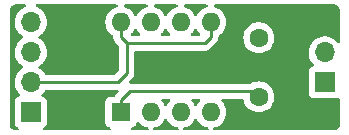
<source format=gbr>
%TF.GenerationSoftware,KiCad,Pcbnew,(6.0.5-0)*%
%TF.CreationDate,2023-07-17T15:50:24+09:00*%
%TF.ProjectId,l9110h-1ch-driver,6c393131-3068-42d3-9163-682d64726976,rev?*%
%TF.SameCoordinates,Original*%
%TF.FileFunction,Copper,L2,Bot*%
%TF.FilePolarity,Positive*%
%FSLAX46Y46*%
G04 Gerber Fmt 4.6, Leading zero omitted, Abs format (unit mm)*
G04 Created by KiCad (PCBNEW (6.0.5-0)) date 2023-07-17 15:50:24*
%MOMM*%
%LPD*%
G01*
G04 APERTURE LIST*
%TA.AperFunction,ComponentPad*%
%ADD10R,1.700000X1.700000*%
%TD*%
%TA.AperFunction,ComponentPad*%
%ADD11O,1.700000X1.700000*%
%TD*%
%TA.AperFunction,ComponentPad*%
%ADD12C,1.600000*%
%TD*%
%TA.AperFunction,ComponentPad*%
%ADD13R,1.600000X1.600000*%
%TD*%
%TA.AperFunction,ComponentPad*%
%ADD14O,1.600000X1.600000*%
%TD*%
%TA.AperFunction,Conductor*%
%ADD15C,0.250000*%
%TD*%
G04 APERTURE END LIST*
D10*
%TO.P,J1,1,Pin_1*%
%TO.N,Net-(J1-Pad1)*%
X106680000Y-107432000D03*
D11*
%TO.P,J1,2,Pin_2*%
%TO.N,Net-(J1-Pad2)*%
X106680000Y-104892000D03*
%TO.P,J1,3,Pin_3*%
%TO.N,Net-(J1-Pad3)*%
X106680000Y-102352000D03*
%TO.P,J1,4,Pin_4*%
%TO.N,Net-(J1-Pad4)*%
X106680000Y-99812000D03*
%TD*%
D12*
%TO.P,C1,1*%
%TO.N,Net-(C1-Pad1)*%
X125984000Y-106132000D03*
%TO.P,C1,2*%
%TO.N,Net-(C1-Pad2)*%
X125984000Y-101132000D03*
%TD*%
D13*
%TO.P,U1,1,OA*%
%TO.N,Net-(C1-Pad1)*%
X114300000Y-107432000D03*
D14*
%TO.P,U1,2,VCC*%
%TO.N,Net-(J1-Pad1)*%
X116840000Y-107432000D03*
%TO.P,U1,3,VCC*%
X119380000Y-107432000D03*
%TO.P,U1,4,OB*%
%TO.N,Net-(C1-Pad2)*%
X121920000Y-107432000D03*
%TO.P,U1,5,GND*%
%TO.N,Net-(J1-Pad2)*%
X121920000Y-99812000D03*
%TO.P,U1,6,IA*%
%TO.N,Net-(J1-Pad3)*%
X119380000Y-99812000D03*
%TO.P,U1,7,IB*%
%TO.N,Net-(J1-Pad4)*%
X116840000Y-99812000D03*
%TO.P,U1,8,GND*%
%TO.N,Net-(J1-Pad2)*%
X114300000Y-99812000D03*
%TD*%
D10*
%TO.P,J2,1,Pin_1*%
%TO.N,Net-(C1-Pad1)*%
X131572000Y-104907000D03*
D11*
%TO.P,J2,2,Pin_2*%
%TO.N,Net-(C1-Pad2)*%
X131572000Y-102367000D03*
%TD*%
D15*
%TO.N,Net-(C1-Pad1)*%
X114300000Y-106426000D02*
X114300000Y-107442000D01*
X115062000Y-105664000D02*
X114300000Y-106426000D01*
X125984000Y-106132000D02*
X125516000Y-105664000D01*
X125516000Y-105664000D02*
X115062000Y-105664000D01*
%TO.N,Net-(J1-Pad2)*%
X114808000Y-104140000D02*
X114056000Y-104892000D01*
X114808000Y-101600000D02*
X114300000Y-101092000D01*
X121412000Y-101600000D02*
X114808000Y-101600000D01*
X114300000Y-101092000D02*
X114300000Y-99822000D01*
X121920000Y-99822000D02*
X121920000Y-101092000D01*
X114808000Y-101600000D02*
X114808000Y-104140000D01*
X121920000Y-101092000D02*
X121412000Y-101600000D01*
X114056000Y-104892000D02*
X106680000Y-104892000D01*
%TD*%
%TA.AperFunction,NonConductor*%
G36*
X119083859Y-98318502D02*
G01*
X119130352Y-98372158D01*
X119140456Y-98442432D01*
X119110962Y-98507012D01*
X119048350Y-98546207D01*
X118930757Y-98577716D01*
X118925776Y-98580039D01*
X118925775Y-98580039D01*
X118728238Y-98672151D01*
X118728233Y-98672154D01*
X118723251Y-98674477D01*
X118676554Y-98707175D01*
X118540211Y-98802643D01*
X118540208Y-98802645D01*
X118535700Y-98805802D01*
X118373802Y-98967700D01*
X118370645Y-98972208D01*
X118370643Y-98972211D01*
X118315902Y-99050389D01*
X118242477Y-99155251D01*
X118240154Y-99160233D01*
X118240151Y-99160238D01*
X118224195Y-99194457D01*
X118177278Y-99247742D01*
X118109001Y-99267203D01*
X118041041Y-99246661D01*
X117995805Y-99194457D01*
X117979849Y-99160238D01*
X117979846Y-99160233D01*
X117977523Y-99155251D01*
X117904098Y-99050389D01*
X117849357Y-98972211D01*
X117849355Y-98972208D01*
X117846198Y-98967700D01*
X117684300Y-98805802D01*
X117679792Y-98802645D01*
X117679789Y-98802643D01*
X117543446Y-98707175D01*
X117496749Y-98674477D01*
X117491767Y-98672154D01*
X117491762Y-98672151D01*
X117294225Y-98580039D01*
X117294224Y-98580039D01*
X117289243Y-98577716D01*
X117171649Y-98546207D01*
X117111028Y-98509255D01*
X117080006Y-98445394D01*
X117088435Y-98374900D01*
X117133638Y-98320153D01*
X117204262Y-98298500D01*
X119015738Y-98298500D01*
X119083859Y-98318502D01*
G37*
%TD.AperFunction*%
%TA.AperFunction,NonConductor*%
G36*
X116543859Y-98318502D02*
G01*
X116590352Y-98372158D01*
X116600456Y-98442432D01*
X116570962Y-98507012D01*
X116508350Y-98546207D01*
X116390757Y-98577716D01*
X116385776Y-98580039D01*
X116385775Y-98580039D01*
X116188238Y-98672151D01*
X116188233Y-98672154D01*
X116183251Y-98674477D01*
X116136554Y-98707175D01*
X116000211Y-98802643D01*
X116000208Y-98802645D01*
X115995700Y-98805802D01*
X115833802Y-98967700D01*
X115830645Y-98972208D01*
X115830643Y-98972211D01*
X115775902Y-99050389D01*
X115702477Y-99155251D01*
X115700154Y-99160233D01*
X115700151Y-99160238D01*
X115684195Y-99194457D01*
X115637278Y-99247742D01*
X115569001Y-99267203D01*
X115501041Y-99246661D01*
X115455805Y-99194457D01*
X115439849Y-99160238D01*
X115439846Y-99160233D01*
X115437523Y-99155251D01*
X115364098Y-99050389D01*
X115309357Y-98972211D01*
X115309355Y-98972208D01*
X115306198Y-98967700D01*
X115144300Y-98805802D01*
X115139792Y-98802645D01*
X115139789Y-98802643D01*
X115003446Y-98707175D01*
X114956749Y-98674477D01*
X114951767Y-98672154D01*
X114951762Y-98672151D01*
X114754225Y-98580039D01*
X114754224Y-98580039D01*
X114749243Y-98577716D01*
X114631649Y-98546207D01*
X114571028Y-98509255D01*
X114540006Y-98445394D01*
X114548435Y-98374900D01*
X114593638Y-98320153D01*
X114664262Y-98298500D01*
X116475738Y-98298500D01*
X116543859Y-98318502D01*
G37*
%TD.AperFunction*%
%TA.AperFunction,NonConductor*%
G36*
X121623859Y-98318502D02*
G01*
X121670352Y-98372158D01*
X121680456Y-98442432D01*
X121650962Y-98507012D01*
X121588350Y-98546207D01*
X121470757Y-98577716D01*
X121465776Y-98580039D01*
X121465775Y-98580039D01*
X121268238Y-98672151D01*
X121268233Y-98672154D01*
X121263251Y-98674477D01*
X121216554Y-98707175D01*
X121080211Y-98802643D01*
X121080208Y-98802645D01*
X121075700Y-98805802D01*
X120913802Y-98967700D01*
X120910645Y-98972208D01*
X120910643Y-98972211D01*
X120855902Y-99050389D01*
X120782477Y-99155251D01*
X120780154Y-99160233D01*
X120780151Y-99160238D01*
X120764195Y-99194457D01*
X120717278Y-99247742D01*
X120649001Y-99267203D01*
X120581041Y-99246661D01*
X120535805Y-99194457D01*
X120519849Y-99160238D01*
X120519846Y-99160233D01*
X120517523Y-99155251D01*
X120444098Y-99050389D01*
X120389357Y-98972211D01*
X120389355Y-98972208D01*
X120386198Y-98967700D01*
X120224300Y-98805802D01*
X120219792Y-98802645D01*
X120219789Y-98802643D01*
X120083446Y-98707175D01*
X120036749Y-98674477D01*
X120031767Y-98672154D01*
X120031762Y-98672151D01*
X119834225Y-98580039D01*
X119834224Y-98580039D01*
X119829243Y-98577716D01*
X119711649Y-98546207D01*
X119651028Y-98509255D01*
X119620006Y-98445394D01*
X119628435Y-98374900D01*
X119673638Y-98320153D01*
X119744262Y-98298500D01*
X121555738Y-98298500D01*
X121623859Y-98318502D01*
G37*
%TD.AperFunction*%
%TA.AperFunction,NonConductor*%
G36*
X115638959Y-100377339D02*
G01*
X115684195Y-100429543D01*
X115700151Y-100463762D01*
X115700154Y-100463767D01*
X115702477Y-100468749D01*
X115705634Y-100473257D01*
X115809078Y-100620990D01*
X115833802Y-100656300D01*
X115928907Y-100751405D01*
X115962933Y-100813717D01*
X115957868Y-100884532D01*
X115915321Y-100941368D01*
X115848801Y-100966179D01*
X115839812Y-100966500D01*
X115300188Y-100966500D01*
X115232067Y-100946498D01*
X115185574Y-100892842D01*
X115175470Y-100822568D01*
X115204964Y-100757988D01*
X115211093Y-100751405D01*
X115306198Y-100656300D01*
X115330923Y-100620990D01*
X115434366Y-100473257D01*
X115437523Y-100468749D01*
X115439846Y-100463767D01*
X115439849Y-100463762D01*
X115455805Y-100429543D01*
X115502722Y-100376258D01*
X115570999Y-100356797D01*
X115638959Y-100377339D01*
G37*
%TD.AperFunction*%
%TA.AperFunction,NonConductor*%
G36*
X118178959Y-100377339D02*
G01*
X118224195Y-100429543D01*
X118240151Y-100463762D01*
X118240154Y-100463767D01*
X118242477Y-100468749D01*
X118245634Y-100473257D01*
X118349078Y-100620990D01*
X118373802Y-100656300D01*
X118468907Y-100751405D01*
X118502933Y-100813717D01*
X118497868Y-100884532D01*
X118455321Y-100941368D01*
X118388801Y-100966179D01*
X118379812Y-100966500D01*
X117840188Y-100966500D01*
X117772067Y-100946498D01*
X117725574Y-100892842D01*
X117715470Y-100822568D01*
X117744964Y-100757988D01*
X117751093Y-100751405D01*
X117846198Y-100656300D01*
X117870923Y-100620990D01*
X117974366Y-100473257D01*
X117977523Y-100468749D01*
X117979846Y-100463767D01*
X117979849Y-100463762D01*
X117995805Y-100429543D01*
X118042722Y-100376258D01*
X118110999Y-100356797D01*
X118178959Y-100377339D01*
G37*
%TD.AperFunction*%
%TA.AperFunction,NonConductor*%
G36*
X120718959Y-100377339D02*
G01*
X120764195Y-100429543D01*
X120780151Y-100463762D01*
X120780154Y-100463767D01*
X120782477Y-100468749D01*
X120785634Y-100473257D01*
X120889078Y-100620990D01*
X120913802Y-100656300D01*
X121008907Y-100751405D01*
X121042933Y-100813717D01*
X121037868Y-100884532D01*
X120995321Y-100941368D01*
X120928801Y-100966179D01*
X120919812Y-100966500D01*
X120380188Y-100966500D01*
X120312067Y-100946498D01*
X120265574Y-100892842D01*
X120255470Y-100822568D01*
X120284964Y-100757988D01*
X120291093Y-100751405D01*
X120386198Y-100656300D01*
X120410923Y-100620990D01*
X120514366Y-100473257D01*
X120517523Y-100468749D01*
X120519846Y-100463767D01*
X120519849Y-100463762D01*
X120535805Y-100429543D01*
X120582722Y-100376258D01*
X120650999Y-100356797D01*
X120718959Y-100377339D01*
G37*
%TD.AperFunction*%
%TA.AperFunction,NonConductor*%
G36*
X114003859Y-98318502D02*
G01*
X114050352Y-98372158D01*
X114060456Y-98442432D01*
X114030962Y-98507012D01*
X113968350Y-98546207D01*
X113850757Y-98577716D01*
X113845776Y-98580039D01*
X113845775Y-98580039D01*
X113648238Y-98672151D01*
X113648233Y-98672154D01*
X113643251Y-98674477D01*
X113596554Y-98707175D01*
X113460211Y-98802643D01*
X113460208Y-98802645D01*
X113455700Y-98805802D01*
X113293802Y-98967700D01*
X113290645Y-98972208D01*
X113290643Y-98972211D01*
X113235902Y-99050389D01*
X113162477Y-99155251D01*
X113160154Y-99160233D01*
X113160151Y-99160238D01*
X113144195Y-99194457D01*
X113065716Y-99362757D01*
X113064294Y-99368065D01*
X113064293Y-99368067D01*
X113012407Y-99561707D01*
X113006457Y-99583913D01*
X112986502Y-99812000D01*
X113006457Y-100040087D01*
X113007881Y-100045400D01*
X113007881Y-100045402D01*
X113055851Y-100224425D01*
X113065716Y-100261243D01*
X113068039Y-100266224D01*
X113068039Y-100266225D01*
X113160151Y-100463762D01*
X113160154Y-100463767D01*
X113162477Y-100468749D01*
X113165634Y-100473257D01*
X113269078Y-100620990D01*
X113293802Y-100656300D01*
X113455700Y-100818198D01*
X113460208Y-100821355D01*
X113460211Y-100821357D01*
X113500445Y-100849529D01*
X113578114Y-100903913D01*
X113611161Y-100927053D01*
X113655489Y-100982510D01*
X113662821Y-101031955D01*
X113664298Y-101031909D01*
X113666438Y-101099986D01*
X113666500Y-101103945D01*
X113666500Y-101131856D01*
X113666997Y-101135790D01*
X113666997Y-101135791D01*
X113667005Y-101135856D01*
X113667938Y-101147693D01*
X113669327Y-101191889D01*
X113674978Y-101211339D01*
X113678987Y-101230700D01*
X113681526Y-101250797D01*
X113684445Y-101258168D01*
X113684445Y-101258170D01*
X113697804Y-101291912D01*
X113701649Y-101303142D01*
X113713982Y-101345593D01*
X113718015Y-101352412D01*
X113718017Y-101352417D01*
X113724293Y-101363028D01*
X113732988Y-101380776D01*
X113740448Y-101399617D01*
X113745110Y-101406033D01*
X113745110Y-101406034D01*
X113766436Y-101435387D01*
X113772952Y-101445307D01*
X113789390Y-101473101D01*
X113795458Y-101483362D01*
X113809779Y-101497683D01*
X113822619Y-101512716D01*
X113834528Y-101529107D01*
X113850773Y-101542546D01*
X113868605Y-101557298D01*
X113877384Y-101565288D01*
X114137595Y-101825499D01*
X114171621Y-101887811D01*
X114174500Y-101914594D01*
X114174500Y-103825405D01*
X114154498Y-103893526D01*
X114137595Y-103914501D01*
X113830499Y-104221596D01*
X113768187Y-104255621D01*
X113741404Y-104258500D01*
X107956805Y-104258500D01*
X107888684Y-104238498D01*
X107851013Y-104200940D01*
X107762822Y-104064617D01*
X107762820Y-104064614D01*
X107760014Y-104060277D01*
X107609670Y-103895051D01*
X107605619Y-103891852D01*
X107605615Y-103891848D01*
X107438414Y-103759800D01*
X107438410Y-103759798D01*
X107434359Y-103756598D01*
X107393053Y-103733796D01*
X107343084Y-103683364D01*
X107328312Y-103613921D01*
X107353428Y-103547516D01*
X107380780Y-103520909D01*
X107440837Y-103478071D01*
X107559860Y-103393173D01*
X107605004Y-103348187D01*
X107707342Y-103246205D01*
X107718096Y-103235489D01*
X107746396Y-103196106D01*
X107845435Y-103058277D01*
X107848453Y-103054077D01*
X107947430Y-102853811D01*
X108012370Y-102640069D01*
X108041529Y-102418590D01*
X108043156Y-102352000D01*
X108024852Y-102129361D01*
X107970431Y-101912702D01*
X107881354Y-101707840D01*
X107797501Y-101578223D01*
X107762822Y-101524617D01*
X107762820Y-101524614D01*
X107760014Y-101520277D01*
X107609670Y-101355051D01*
X107605619Y-101351852D01*
X107605615Y-101351848D01*
X107438414Y-101219800D01*
X107438410Y-101219798D01*
X107434359Y-101216598D01*
X107393053Y-101193796D01*
X107343084Y-101143364D01*
X107328312Y-101073921D01*
X107353428Y-101007516D01*
X107380780Y-100980909D01*
X107436214Y-100941368D01*
X107559860Y-100853173D01*
X107591788Y-100821357D01*
X107714435Y-100699137D01*
X107718096Y-100695489D01*
X107749498Y-100651789D01*
X107845435Y-100518277D01*
X107848453Y-100514077D01*
X107868628Y-100473257D01*
X107945136Y-100318453D01*
X107945137Y-100318451D01*
X107947430Y-100313811D01*
X108004552Y-100125802D01*
X108010865Y-100105023D01*
X108010865Y-100105021D01*
X108012370Y-100100069D01*
X108041529Y-99878590D01*
X108042521Y-99837978D01*
X108043074Y-99815365D01*
X108043074Y-99815361D01*
X108043156Y-99812000D01*
X108024852Y-99589361D01*
X107970431Y-99372702D01*
X107881354Y-99167840D01*
X107760014Y-98980277D01*
X107609670Y-98815051D01*
X107605619Y-98811852D01*
X107605615Y-98811848D01*
X107438414Y-98679800D01*
X107438410Y-98679798D01*
X107434359Y-98676598D01*
X107426304Y-98672151D01*
X107382136Y-98647769D01*
X107238789Y-98568638D01*
X107208034Y-98557747D01*
X107167161Y-98543273D01*
X107109624Y-98501679D01*
X107083708Y-98435581D01*
X107097642Y-98365966D01*
X107147000Y-98314934D01*
X107209220Y-98298500D01*
X113935738Y-98298500D01*
X114003859Y-98318502D01*
G37*
%TD.AperFunction*%
%TA.AperFunction,NonConductor*%
G36*
X118427933Y-106317502D02*
G01*
X118474426Y-106371158D01*
X118484530Y-106441432D01*
X118455036Y-106506012D01*
X118448907Y-106512595D01*
X118373802Y-106587700D01*
X118242477Y-106775251D01*
X118240154Y-106780233D01*
X118240151Y-106780238D01*
X118224195Y-106814457D01*
X118177278Y-106867742D01*
X118109001Y-106887203D01*
X118041041Y-106866661D01*
X117995805Y-106814457D01*
X117979849Y-106780238D01*
X117979846Y-106780233D01*
X117977523Y-106775251D01*
X117846198Y-106587700D01*
X117771093Y-106512595D01*
X117737067Y-106450283D01*
X117742132Y-106379468D01*
X117784679Y-106322632D01*
X117851199Y-106297821D01*
X117860188Y-106297500D01*
X118359812Y-106297500D01*
X118427933Y-106317502D01*
G37*
%TD.AperFunction*%
%TA.AperFunction,NonConductor*%
G36*
X120967933Y-106317502D02*
G01*
X121014426Y-106371158D01*
X121024530Y-106441432D01*
X120995036Y-106506012D01*
X120988907Y-106512595D01*
X120913802Y-106587700D01*
X120782477Y-106775251D01*
X120780154Y-106780233D01*
X120780151Y-106780238D01*
X120764195Y-106814457D01*
X120717278Y-106867742D01*
X120649001Y-106887203D01*
X120581041Y-106866661D01*
X120535805Y-106814457D01*
X120519849Y-106780238D01*
X120519846Y-106780233D01*
X120517523Y-106775251D01*
X120386198Y-106587700D01*
X120311093Y-106512595D01*
X120277067Y-106450283D01*
X120282132Y-106379468D01*
X120324679Y-106322632D01*
X120391199Y-106297821D01*
X120400188Y-106297500D01*
X120899812Y-106297500D01*
X120967933Y-106317502D01*
G37*
%TD.AperFunction*%
%TA.AperFunction,NonConductor*%
G36*
X132304018Y-98300000D02*
G01*
X132318852Y-98302310D01*
X132318855Y-98302310D01*
X132327724Y-98303691D01*
X132336626Y-98302527D01*
X132336750Y-98302511D01*
X132367192Y-98302240D01*
X132399012Y-98305825D01*
X132432825Y-98309635D01*
X132460327Y-98315912D01*
X132540798Y-98344070D01*
X132566214Y-98356310D01*
X132595800Y-98374900D01*
X132638404Y-98401670D01*
X132660462Y-98419262D01*
X132720738Y-98479538D01*
X132738329Y-98501595D01*
X132773613Y-98557747D01*
X132783690Y-98573785D01*
X132795930Y-98599202D01*
X132824088Y-98679673D01*
X132830365Y-98707176D01*
X132837018Y-98766226D01*
X132836923Y-98781868D01*
X132837800Y-98781879D01*
X132837690Y-98790851D01*
X132836309Y-98799724D01*
X132837473Y-98808626D01*
X132837473Y-98808628D01*
X132840436Y-98831283D01*
X132841500Y-98847621D01*
X132841500Y-101417828D01*
X132821498Y-101485949D01*
X132767842Y-101532442D01*
X132697568Y-101542546D01*
X132632988Y-101513052D01*
X132622307Y-101502628D01*
X132505152Y-101373876D01*
X132505142Y-101373867D01*
X132501670Y-101370051D01*
X132497619Y-101366852D01*
X132497615Y-101366848D01*
X132330414Y-101234800D01*
X132330410Y-101234798D01*
X132326359Y-101231598D01*
X132306462Y-101220614D01*
X132268208Y-101199497D01*
X132130789Y-101123638D01*
X132125920Y-101121914D01*
X132125916Y-101121912D01*
X131925087Y-101050795D01*
X131925083Y-101050794D01*
X131920212Y-101049069D01*
X131915119Y-101048162D01*
X131915116Y-101048161D01*
X131705373Y-101010800D01*
X131705367Y-101010799D01*
X131700284Y-101009894D01*
X131626452Y-101008992D01*
X131482081Y-101007228D01*
X131482079Y-101007228D01*
X131476911Y-101007165D01*
X131256091Y-101040955D01*
X131043756Y-101110357D01*
X130983255Y-101141852D01*
X130886870Y-101192027D01*
X130845607Y-101213507D01*
X130841474Y-101216610D01*
X130841471Y-101216612D01*
X130679820Y-101337983D01*
X130666965Y-101347635D01*
X130639407Y-101376473D01*
X130521789Y-101499553D01*
X130512629Y-101509138D01*
X130509715Y-101513410D01*
X130509714Y-101513411D01*
X130465502Y-101578223D01*
X130386743Y-101693680D01*
X130344929Y-101783762D01*
X130296631Y-101887811D01*
X130292688Y-101896305D01*
X130232989Y-102111570D01*
X130209251Y-102333695D01*
X130222110Y-102556715D01*
X130223247Y-102561761D01*
X130223248Y-102561767D01*
X130239739Y-102634939D01*
X130271222Y-102774639D01*
X130355266Y-102981616D01*
X130471987Y-103172088D01*
X130618250Y-103340938D01*
X130622230Y-103344242D01*
X130626981Y-103348187D01*
X130666616Y-103407090D01*
X130668113Y-103478071D01*
X130630997Y-103538593D01*
X130590725Y-103563112D01*
X130494751Y-103599091D01*
X130475295Y-103606385D01*
X130358739Y-103693739D01*
X130271385Y-103810295D01*
X130220255Y-103946684D01*
X130213500Y-104008866D01*
X130213500Y-105805134D01*
X130220255Y-105867316D01*
X130271385Y-106003705D01*
X130358739Y-106120261D01*
X130475295Y-106207615D01*
X130611684Y-106258745D01*
X130673866Y-106265500D01*
X132470134Y-106265500D01*
X132532316Y-106258745D01*
X132668705Y-106207615D01*
X132669764Y-106210440D01*
X132724360Y-106198505D01*
X132790906Y-106223248D01*
X132833511Y-106280040D01*
X132841500Y-106324193D01*
X132841500Y-108408633D01*
X132840000Y-108428018D01*
X132836309Y-108451724D01*
X132837473Y-108460626D01*
X132837489Y-108460750D01*
X132837760Y-108491193D01*
X132830365Y-108556825D01*
X132824088Y-108584327D01*
X132795930Y-108664798D01*
X132783690Y-108690214D01*
X132741733Y-108756988D01*
X132738330Y-108762404D01*
X132720738Y-108784462D01*
X132660462Y-108844738D01*
X132638405Y-108862329D01*
X132591437Y-108891842D01*
X132566215Y-108907690D01*
X132540798Y-108919930D01*
X132460327Y-108948088D01*
X132432824Y-108954365D01*
X132373774Y-108961018D01*
X132358132Y-108960923D01*
X132358121Y-108961800D01*
X132349149Y-108961690D01*
X132340276Y-108960309D01*
X132331374Y-108961473D01*
X132331372Y-108961473D01*
X132320385Y-108962910D01*
X132308714Y-108964436D01*
X132292379Y-108965500D01*
X122209621Y-108965500D01*
X122141500Y-108945498D01*
X122095007Y-108891842D01*
X122084903Y-108821568D01*
X122114397Y-108756988D01*
X122177010Y-108717793D01*
X122363933Y-108667707D01*
X122363935Y-108667706D01*
X122369243Y-108666284D01*
X122402788Y-108650642D01*
X122571762Y-108571849D01*
X122571767Y-108571846D01*
X122576749Y-108569523D01*
X122706450Y-108478705D01*
X122759789Y-108441357D01*
X122759792Y-108441355D01*
X122764300Y-108438198D01*
X122926198Y-108276300D01*
X123057523Y-108088749D01*
X123059846Y-108083767D01*
X123059849Y-108083762D01*
X123151961Y-107886225D01*
X123151961Y-107886224D01*
X123154284Y-107881243D01*
X123213543Y-107660087D01*
X123233498Y-107432000D01*
X123213543Y-107203913D01*
X123195935Y-107138198D01*
X123155707Y-106988067D01*
X123155706Y-106988065D01*
X123154284Y-106982757D01*
X123075805Y-106814457D01*
X123059849Y-106780238D01*
X123059846Y-106780233D01*
X123057523Y-106775251D01*
X122926198Y-106587700D01*
X122851093Y-106512595D01*
X122817067Y-106450283D01*
X122822132Y-106379468D01*
X122864679Y-106322632D01*
X122931199Y-106297821D01*
X122940188Y-106297500D01*
X124577003Y-106297500D01*
X124645124Y-106317502D01*
X124691617Y-106371158D01*
X124698710Y-106390888D01*
X124733757Y-106521684D01*
X124749716Y-106581243D01*
X124752039Y-106586224D01*
X124752039Y-106586225D01*
X124844151Y-106783762D01*
X124844154Y-106783767D01*
X124846477Y-106788749D01*
X124977802Y-106976300D01*
X125139700Y-107138198D01*
X125144208Y-107141355D01*
X125144211Y-107141357D01*
X125222389Y-107196098D01*
X125327251Y-107269523D01*
X125332233Y-107271846D01*
X125332238Y-107271849D01*
X125529775Y-107363961D01*
X125534757Y-107366284D01*
X125540065Y-107367706D01*
X125540067Y-107367707D01*
X125750598Y-107424119D01*
X125750600Y-107424119D01*
X125755913Y-107425543D01*
X125984000Y-107445498D01*
X126212087Y-107425543D01*
X126217400Y-107424119D01*
X126217402Y-107424119D01*
X126427933Y-107367707D01*
X126427935Y-107367706D01*
X126433243Y-107366284D01*
X126438225Y-107363961D01*
X126635762Y-107271849D01*
X126635767Y-107271846D01*
X126640749Y-107269523D01*
X126745611Y-107196098D01*
X126823789Y-107141357D01*
X126823792Y-107141355D01*
X126828300Y-107138198D01*
X126990198Y-106976300D01*
X127121523Y-106788749D01*
X127123846Y-106783767D01*
X127123849Y-106783762D01*
X127215961Y-106586225D01*
X127215961Y-106586224D01*
X127218284Y-106581243D01*
X127236226Y-106514285D01*
X127276119Y-106365402D01*
X127276119Y-106365400D01*
X127277543Y-106360087D01*
X127297498Y-106132000D01*
X127277543Y-105903913D01*
X127271062Y-105879727D01*
X127219707Y-105688067D01*
X127219706Y-105688065D01*
X127218284Y-105682757D01*
X127176932Y-105594077D01*
X127123849Y-105480238D01*
X127123846Y-105480233D01*
X127121523Y-105475251D01*
X126990198Y-105287700D01*
X126828300Y-105125802D01*
X126823792Y-105122645D01*
X126823789Y-105122643D01*
X126713654Y-105045526D01*
X126640749Y-104994477D01*
X126635767Y-104992154D01*
X126635762Y-104992151D01*
X126438225Y-104900039D01*
X126438224Y-104900039D01*
X126433243Y-104897716D01*
X126427935Y-104896294D01*
X126427933Y-104896293D01*
X126217402Y-104839881D01*
X126217400Y-104839881D01*
X126212087Y-104838457D01*
X125984000Y-104818502D01*
X125755913Y-104838457D01*
X125750600Y-104839881D01*
X125750598Y-104839881D01*
X125540067Y-104896293D01*
X125540065Y-104896294D01*
X125534757Y-104897716D01*
X125529776Y-104900039D01*
X125529775Y-104900039D01*
X125332238Y-104992151D01*
X125332233Y-104992154D01*
X125327251Y-104994477D01*
X125322744Y-104997633D01*
X125322742Y-104997634D01*
X125308348Y-105007713D01*
X125236077Y-105030500D01*
X115140768Y-105030500D01*
X115129580Y-105029972D01*
X115122092Y-105028298D01*
X115114173Y-105028547D01*
X115107734Y-105027938D01*
X115041799Y-105001612D01*
X115000564Y-104943818D01*
X114997120Y-104872905D01*
X115030501Y-104813403D01*
X115200247Y-104643657D01*
X115208537Y-104636113D01*
X115215018Y-104632000D01*
X115261659Y-104582332D01*
X115264413Y-104579491D01*
X115284135Y-104559769D01*
X115286612Y-104556576D01*
X115294317Y-104547555D01*
X115319159Y-104521100D01*
X115324586Y-104515321D01*
X115328407Y-104508371D01*
X115334346Y-104497568D01*
X115345202Y-104481041D01*
X115352757Y-104471302D01*
X115352758Y-104471300D01*
X115357614Y-104465040D01*
X115375174Y-104424460D01*
X115380391Y-104413812D01*
X115397875Y-104382009D01*
X115397876Y-104382007D01*
X115401695Y-104375060D01*
X115406733Y-104355437D01*
X115413137Y-104336734D01*
X115418033Y-104325420D01*
X115418033Y-104325419D01*
X115421181Y-104318145D01*
X115422420Y-104310322D01*
X115422423Y-104310312D01*
X115428099Y-104274476D01*
X115430505Y-104262856D01*
X115439528Y-104227711D01*
X115439528Y-104227710D01*
X115441500Y-104220030D01*
X115441500Y-104199776D01*
X115443051Y-104180065D01*
X115444980Y-104167886D01*
X115446220Y-104160057D01*
X115442059Y-104116038D01*
X115441500Y-104104181D01*
X115441500Y-102359500D01*
X115461502Y-102291379D01*
X115515158Y-102244886D01*
X115567500Y-102233500D01*
X121333233Y-102233500D01*
X121344416Y-102234027D01*
X121351909Y-102235702D01*
X121359835Y-102235453D01*
X121359836Y-102235453D01*
X121419986Y-102233562D01*
X121423945Y-102233500D01*
X121451856Y-102233500D01*
X121455791Y-102233003D01*
X121455856Y-102232995D01*
X121467693Y-102232062D01*
X121499951Y-102231048D01*
X121503970Y-102230922D01*
X121511889Y-102230673D01*
X121531343Y-102225021D01*
X121550700Y-102221013D01*
X121562930Y-102219468D01*
X121562931Y-102219468D01*
X121570797Y-102218474D01*
X121578168Y-102215555D01*
X121578170Y-102215555D01*
X121611912Y-102202196D01*
X121623142Y-102198351D01*
X121657983Y-102188229D01*
X121657984Y-102188229D01*
X121665593Y-102186018D01*
X121672412Y-102181985D01*
X121672417Y-102181983D01*
X121683028Y-102175707D01*
X121700776Y-102167012D01*
X121719617Y-102159552D01*
X121755387Y-102133564D01*
X121765307Y-102127048D01*
X121796535Y-102108580D01*
X121796538Y-102108578D01*
X121803362Y-102104542D01*
X121817683Y-102090221D01*
X121832717Y-102077380D01*
X121842694Y-102070131D01*
X121849107Y-102065472D01*
X121877298Y-102031395D01*
X121885288Y-102022616D01*
X122312247Y-101595657D01*
X122320537Y-101588113D01*
X122327018Y-101584000D01*
X122373659Y-101534332D01*
X122376413Y-101531491D01*
X122396134Y-101511770D01*
X122398612Y-101508575D01*
X122406318Y-101499553D01*
X122431158Y-101473101D01*
X122436586Y-101467321D01*
X122446346Y-101449568D01*
X122457199Y-101433045D01*
X122464753Y-101423306D01*
X122469613Y-101417041D01*
X122487176Y-101376457D01*
X122492383Y-101365827D01*
X122513695Y-101327060D01*
X122515666Y-101319383D01*
X122515668Y-101319378D01*
X122518732Y-101307442D01*
X122525138Y-101288730D01*
X122530034Y-101277417D01*
X122533181Y-101270145D01*
X122536246Y-101250797D01*
X122540097Y-101226481D01*
X122542504Y-101214860D01*
X122551528Y-101179711D01*
X122551528Y-101179710D01*
X122553500Y-101172030D01*
X122553500Y-101151769D01*
X122555051Y-101132058D01*
X122555060Y-101132000D01*
X124670502Y-101132000D01*
X124690457Y-101360087D01*
X124691881Y-101365400D01*
X124691881Y-101365402D01*
X124737100Y-101534158D01*
X124749716Y-101581243D01*
X124752039Y-101586224D01*
X124752039Y-101586225D01*
X124844151Y-101783762D01*
X124844154Y-101783767D01*
X124846477Y-101788749D01*
X124977802Y-101976300D01*
X125139700Y-102138198D01*
X125144208Y-102141355D01*
X125144211Y-102141357D01*
X125174362Y-102162469D01*
X125327251Y-102269523D01*
X125332233Y-102271846D01*
X125332238Y-102271849D01*
X125529775Y-102363961D01*
X125534757Y-102366284D01*
X125540065Y-102367706D01*
X125540067Y-102367707D01*
X125750598Y-102424119D01*
X125750600Y-102424119D01*
X125755913Y-102425543D01*
X125984000Y-102445498D01*
X126212087Y-102425543D01*
X126217400Y-102424119D01*
X126217402Y-102424119D01*
X126427933Y-102367707D01*
X126427935Y-102367706D01*
X126433243Y-102366284D01*
X126438225Y-102363961D01*
X126635762Y-102271849D01*
X126635767Y-102271846D01*
X126640749Y-102269523D01*
X126793638Y-102162469D01*
X126823789Y-102141357D01*
X126823792Y-102141355D01*
X126828300Y-102138198D01*
X126990198Y-101976300D01*
X127121523Y-101788749D01*
X127123846Y-101783767D01*
X127123849Y-101783762D01*
X127215961Y-101586225D01*
X127215961Y-101586224D01*
X127218284Y-101581243D01*
X127230901Y-101534158D01*
X127276119Y-101365402D01*
X127276119Y-101365400D01*
X127277543Y-101360087D01*
X127297498Y-101132000D01*
X127277543Y-100903913D01*
X127272350Y-100884532D01*
X127219707Y-100688067D01*
X127219706Y-100688065D01*
X127218284Y-100682757D01*
X127205947Y-100656300D01*
X127123849Y-100480238D01*
X127123846Y-100480233D01*
X127121523Y-100475251D01*
X127008481Y-100313811D01*
X126993357Y-100292211D01*
X126993355Y-100292208D01*
X126990198Y-100287700D01*
X126828300Y-100125802D01*
X126823792Y-100122645D01*
X126823789Y-100122643D01*
X126713477Y-100045402D01*
X126640749Y-99994477D01*
X126635767Y-99992154D01*
X126635762Y-99992151D01*
X126438225Y-99900039D01*
X126438224Y-99900039D01*
X126433243Y-99897716D01*
X126427935Y-99896294D01*
X126427933Y-99896293D01*
X126217402Y-99839881D01*
X126217400Y-99839881D01*
X126212087Y-99838457D01*
X125984000Y-99818502D01*
X125755913Y-99838457D01*
X125750600Y-99839881D01*
X125750598Y-99839881D01*
X125540067Y-99896293D01*
X125540065Y-99896294D01*
X125534757Y-99897716D01*
X125529776Y-99900039D01*
X125529775Y-99900039D01*
X125332238Y-99992151D01*
X125332233Y-99992154D01*
X125327251Y-99994477D01*
X125254523Y-100045402D01*
X125144211Y-100122643D01*
X125144208Y-100122645D01*
X125139700Y-100125802D01*
X124977802Y-100287700D01*
X124974645Y-100292208D01*
X124974643Y-100292211D01*
X124959519Y-100313811D01*
X124846477Y-100475251D01*
X124844154Y-100480233D01*
X124844151Y-100480238D01*
X124762053Y-100656300D01*
X124749716Y-100682757D01*
X124748294Y-100688065D01*
X124748293Y-100688067D01*
X124695650Y-100884532D01*
X124690457Y-100903913D01*
X124670502Y-101132000D01*
X122555060Y-101132000D01*
X122555928Y-101126525D01*
X122558219Y-101112057D01*
X122554059Y-101068046D01*
X122553500Y-101056189D01*
X122553500Y-101031394D01*
X122573502Y-100963273D01*
X122607229Y-100928181D01*
X122759789Y-100821357D01*
X122759792Y-100821355D01*
X122764300Y-100818198D01*
X122926198Y-100656300D01*
X122950923Y-100620990D01*
X123054366Y-100473257D01*
X123057523Y-100468749D01*
X123059846Y-100463767D01*
X123059849Y-100463762D01*
X123151961Y-100266225D01*
X123151961Y-100266224D01*
X123154284Y-100261243D01*
X123164150Y-100224425D01*
X123212119Y-100045402D01*
X123212119Y-100045400D01*
X123213543Y-100040087D01*
X123233498Y-99812000D01*
X123213543Y-99583913D01*
X123207593Y-99561707D01*
X123155707Y-99368067D01*
X123155706Y-99368065D01*
X123154284Y-99362757D01*
X123075805Y-99194457D01*
X123059849Y-99160238D01*
X123059846Y-99160233D01*
X123057523Y-99155251D01*
X122984098Y-99050389D01*
X122929357Y-98972211D01*
X122929355Y-98972208D01*
X122926198Y-98967700D01*
X122764300Y-98805802D01*
X122759792Y-98802645D01*
X122759789Y-98802643D01*
X122623446Y-98707175D01*
X122576749Y-98674477D01*
X122571767Y-98672154D01*
X122571762Y-98672151D01*
X122374225Y-98580039D01*
X122374224Y-98580039D01*
X122369243Y-98577716D01*
X122251649Y-98546207D01*
X122191028Y-98509255D01*
X122160006Y-98445394D01*
X122168435Y-98374900D01*
X122213638Y-98320153D01*
X122284262Y-98298500D01*
X132284633Y-98298500D01*
X132304018Y-98300000D01*
G37*
%TD.AperFunction*%
%TA.AperFunction,NonConductor*%
G36*
X120718959Y-107997339D02*
G01*
X120764195Y-108049543D01*
X120780151Y-108083762D01*
X120780154Y-108083767D01*
X120782477Y-108088749D01*
X120913802Y-108276300D01*
X121075700Y-108438198D01*
X121080208Y-108441355D01*
X121080211Y-108441357D01*
X121133550Y-108478705D01*
X121263251Y-108569523D01*
X121268233Y-108571846D01*
X121268238Y-108571849D01*
X121437212Y-108650642D01*
X121470757Y-108666284D01*
X121476065Y-108667706D01*
X121476067Y-108667707D01*
X121662990Y-108717793D01*
X121723613Y-108754745D01*
X121754634Y-108818606D01*
X121746206Y-108889100D01*
X121701003Y-108943847D01*
X121630379Y-108965500D01*
X119669621Y-108965500D01*
X119601500Y-108945498D01*
X119555007Y-108891842D01*
X119544903Y-108821568D01*
X119574397Y-108756988D01*
X119637010Y-108717793D01*
X119823933Y-108667707D01*
X119823935Y-108667706D01*
X119829243Y-108666284D01*
X119862788Y-108650642D01*
X120031762Y-108571849D01*
X120031767Y-108571846D01*
X120036749Y-108569523D01*
X120166450Y-108478705D01*
X120219789Y-108441357D01*
X120219792Y-108441355D01*
X120224300Y-108438198D01*
X120386198Y-108276300D01*
X120517523Y-108088749D01*
X120519846Y-108083767D01*
X120519849Y-108083762D01*
X120535805Y-108049543D01*
X120582722Y-107996258D01*
X120650999Y-107976797D01*
X120718959Y-107997339D01*
G37*
%TD.AperFunction*%
%TA.AperFunction,NonConductor*%
G36*
X118178959Y-107997339D02*
G01*
X118224195Y-108049543D01*
X118240151Y-108083762D01*
X118240154Y-108083767D01*
X118242477Y-108088749D01*
X118373802Y-108276300D01*
X118535700Y-108438198D01*
X118540208Y-108441355D01*
X118540211Y-108441357D01*
X118593550Y-108478705D01*
X118723251Y-108569523D01*
X118728233Y-108571846D01*
X118728238Y-108571849D01*
X118897212Y-108650642D01*
X118930757Y-108666284D01*
X118936065Y-108667706D01*
X118936067Y-108667707D01*
X119122990Y-108717793D01*
X119183613Y-108754745D01*
X119214634Y-108818606D01*
X119206206Y-108889100D01*
X119161003Y-108943847D01*
X119090379Y-108965500D01*
X117129621Y-108965500D01*
X117061500Y-108945498D01*
X117015007Y-108891842D01*
X117004903Y-108821568D01*
X117034397Y-108756988D01*
X117097010Y-108717793D01*
X117283933Y-108667707D01*
X117283935Y-108667706D01*
X117289243Y-108666284D01*
X117322788Y-108650642D01*
X117491762Y-108571849D01*
X117491767Y-108571846D01*
X117496749Y-108569523D01*
X117626450Y-108478705D01*
X117679789Y-108441357D01*
X117679792Y-108441355D01*
X117684300Y-108438198D01*
X117846198Y-108276300D01*
X117977523Y-108088749D01*
X117979846Y-108083767D01*
X117979849Y-108083762D01*
X117995805Y-108049543D01*
X118042722Y-107996258D01*
X118110999Y-107976797D01*
X118178959Y-107997339D01*
G37*
%TD.AperFunction*%
%TA.AperFunction,NonConductor*%
G36*
X115820490Y-108259371D02*
G01*
X115827489Y-108268031D01*
X115830643Y-108271789D01*
X115833802Y-108276300D01*
X115995700Y-108438198D01*
X116000208Y-108441355D01*
X116000211Y-108441357D01*
X116053550Y-108478705D01*
X116183251Y-108569523D01*
X116188233Y-108571846D01*
X116188238Y-108571849D01*
X116357212Y-108650642D01*
X116390757Y-108666284D01*
X116396065Y-108667706D01*
X116396067Y-108667707D01*
X116582990Y-108717793D01*
X116643613Y-108754745D01*
X116674634Y-108818606D01*
X116666206Y-108889100D01*
X116621003Y-108943847D01*
X116550379Y-108965500D01*
X115287161Y-108965500D01*
X115219040Y-108945498D01*
X115172547Y-108891842D01*
X115162443Y-108821568D01*
X115191937Y-108756988D01*
X115242932Y-108721518D01*
X115338295Y-108685768D01*
X115338296Y-108685767D01*
X115346705Y-108682615D01*
X115463261Y-108595261D01*
X115550615Y-108478705D01*
X115601745Y-108342316D01*
X115602917Y-108331526D01*
X115603803Y-108329394D01*
X115604425Y-108326778D01*
X115604848Y-108326879D01*
X115630155Y-108265965D01*
X115688517Y-108225537D01*
X115759471Y-108223078D01*
X115820490Y-108259371D01*
G37*
%TD.AperFunction*%
%TA.AperFunction,NonConductor*%
G36*
X113988417Y-105526027D02*
G01*
X113995909Y-105527702D01*
X114003836Y-105527453D01*
X114010260Y-105528060D01*
X114076196Y-105554384D01*
X114117434Y-105612176D01*
X114120880Y-105683089D01*
X114087498Y-105742596D01*
X113907742Y-105922352D01*
X113899462Y-105929887D01*
X113892982Y-105934000D01*
X113851893Y-105977756D01*
X113846357Y-105983651D01*
X113843602Y-105986493D01*
X113823865Y-106006230D01*
X113821385Y-106009427D01*
X113813682Y-106018447D01*
X113783414Y-106050679D01*
X113779596Y-106057623D01*
X113779592Y-106057629D01*
X113779274Y-106058208D01*
X113778905Y-106058574D01*
X113774935Y-106064039D01*
X113774053Y-106063398D01*
X113728925Y-106108264D01*
X113668863Y-106123500D01*
X113451866Y-106123500D01*
X113389684Y-106130255D01*
X113253295Y-106181385D01*
X113136739Y-106268739D01*
X113049385Y-106385295D01*
X112998255Y-106521684D01*
X112991500Y-106583866D01*
X112991500Y-108280134D01*
X112998255Y-108342316D01*
X113049385Y-108478705D01*
X113136739Y-108595261D01*
X113253295Y-108682615D01*
X113261704Y-108685767D01*
X113261705Y-108685768D01*
X113357068Y-108721518D01*
X113413833Y-108764159D01*
X113438533Y-108830721D01*
X113423326Y-108900070D01*
X113373040Y-108950188D01*
X113312839Y-108965500D01*
X107841203Y-108965500D01*
X107773082Y-108945498D01*
X107726589Y-108891842D01*
X107716485Y-108821568D01*
X107745979Y-108756988D01*
X107775742Y-108732976D01*
X107776705Y-108732615D01*
X107783884Y-108727235D01*
X107783887Y-108727233D01*
X107886081Y-108650642D01*
X107893261Y-108645261D01*
X107980615Y-108528705D01*
X108031745Y-108392316D01*
X108038500Y-108330134D01*
X108038500Y-106533866D01*
X108031745Y-106471684D01*
X107980615Y-106335295D01*
X107893261Y-106218739D01*
X107776705Y-106131385D01*
X107747032Y-106120261D01*
X107658203Y-106086960D01*
X107601439Y-106044318D01*
X107576739Y-105977756D01*
X107591947Y-105908408D01*
X107613493Y-105879727D01*
X107624015Y-105869242D01*
X107718096Y-105775489D01*
X107777594Y-105692689D01*
X107845435Y-105598277D01*
X107848453Y-105594077D01*
X107850746Y-105589437D01*
X107852446Y-105586608D01*
X107904674Y-105538518D01*
X107960451Y-105525500D01*
X113977233Y-105525500D01*
X113988417Y-105526027D01*
G37*
%TD.AperFunction*%
%TA.AperFunction,NonConductor*%
G36*
X106214668Y-98318502D02*
G01*
X106261161Y-98372158D01*
X106271265Y-98442432D01*
X106241771Y-98507012D01*
X106185692Y-98544265D01*
X106151756Y-98555357D01*
X105953607Y-98658507D01*
X105949474Y-98661610D01*
X105949471Y-98661612D01*
X105779100Y-98789530D01*
X105774965Y-98792635D01*
X105620629Y-98954138D01*
X105617715Y-98958410D01*
X105617714Y-98958411D01*
X105608300Y-98972211D01*
X105494743Y-99138680D01*
X105400688Y-99341305D01*
X105340989Y-99556570D01*
X105317251Y-99778695D01*
X105317548Y-99783848D01*
X105317548Y-99783851D01*
X105329559Y-99992151D01*
X105330110Y-100001715D01*
X105331247Y-100006761D01*
X105331248Y-100006767D01*
X105339955Y-100045402D01*
X105379222Y-100219639D01*
X105463266Y-100426616D01*
X105579987Y-100617088D01*
X105726250Y-100785938D01*
X105898126Y-100928632D01*
X105928700Y-100946498D01*
X105971445Y-100971476D01*
X106020169Y-101023114D01*
X106033240Y-101092897D01*
X106006509Y-101158669D01*
X105966055Y-101192027D01*
X105953607Y-101198507D01*
X105949474Y-101201610D01*
X105949471Y-101201612D01*
X105782390Y-101327060D01*
X105774965Y-101332635D01*
X105771393Y-101336373D01*
X105628455Y-101485949D01*
X105620629Y-101494138D01*
X105617715Y-101498410D01*
X105617714Y-101498411D01*
X105551377Y-101595657D01*
X105494743Y-101678680D01*
X105479003Y-101712590D01*
X105409462Y-101862404D01*
X105400688Y-101881305D01*
X105340989Y-102096570D01*
X105317251Y-102318695D01*
X105317548Y-102323848D01*
X105317548Y-102323851D01*
X105323412Y-102425543D01*
X105330110Y-102541715D01*
X105331247Y-102546761D01*
X105331248Y-102546767D01*
X105333490Y-102556715D01*
X105379222Y-102759639D01*
X105463266Y-102966616D01*
X105579987Y-103157088D01*
X105726250Y-103325938D01*
X105898126Y-103468632D01*
X105914279Y-103478071D01*
X105971445Y-103511476D01*
X106020169Y-103563114D01*
X106033240Y-103632897D01*
X106006509Y-103698669D01*
X105966055Y-103732027D01*
X105953607Y-103738507D01*
X105949474Y-103741610D01*
X105949471Y-103741612D01*
X105779100Y-103869530D01*
X105774965Y-103872635D01*
X105771393Y-103876373D01*
X105644780Y-104008866D01*
X105620629Y-104034138D01*
X105494743Y-104218680D01*
X105452209Y-104310312D01*
X105418929Y-104382009D01*
X105400688Y-104421305D01*
X105340989Y-104636570D01*
X105317251Y-104858695D01*
X105330110Y-105081715D01*
X105331247Y-105086761D01*
X105331248Y-105086767D01*
X105355304Y-105193508D01*
X105379222Y-105299639D01*
X105463266Y-105506616D01*
X105579987Y-105697088D01*
X105726250Y-105865938D01*
X105730230Y-105869242D01*
X105734981Y-105873187D01*
X105774616Y-105932090D01*
X105776113Y-106003071D01*
X105738997Y-106063593D01*
X105698724Y-106088112D01*
X105583295Y-106131385D01*
X105466739Y-106218739D01*
X105379385Y-106335295D01*
X105328255Y-106471684D01*
X105321500Y-106533866D01*
X105321500Y-108330134D01*
X105328255Y-108392316D01*
X105379385Y-108528705D01*
X105466739Y-108645261D01*
X105473919Y-108650642D01*
X105576113Y-108727233D01*
X105576116Y-108727235D01*
X105583295Y-108732615D01*
X105583139Y-108732823D01*
X105629452Y-108779237D01*
X105644466Y-108848628D01*
X105619581Y-108915121D01*
X105562698Y-108957604D01*
X105518797Y-108965500D01*
X105459367Y-108965500D01*
X105439982Y-108964000D01*
X105425148Y-108961690D01*
X105425145Y-108961690D01*
X105416276Y-108960309D01*
X105407374Y-108961473D01*
X105407250Y-108961489D01*
X105376808Y-108961760D01*
X105339922Y-108957604D01*
X105311175Y-108954365D01*
X105283673Y-108948088D01*
X105203202Y-108919930D01*
X105177785Y-108907690D01*
X105152564Y-108891842D01*
X105105595Y-108862329D01*
X105083538Y-108844738D01*
X105023262Y-108784462D01*
X105005670Y-108762404D01*
X105002267Y-108756988D01*
X104960310Y-108690214D01*
X104948070Y-108664798D01*
X104919912Y-108584327D01*
X104913635Y-108556826D01*
X104911276Y-108535891D01*
X104907170Y-108499447D01*
X104906888Y-108474640D01*
X104907576Y-108470552D01*
X104907729Y-108458000D01*
X104903773Y-108430376D01*
X104902500Y-108412514D01*
X104902500Y-98859250D01*
X104904246Y-98838345D01*
X104906770Y-98823344D01*
X104906770Y-98823341D01*
X104907576Y-98818552D01*
X104907729Y-98806000D01*
X104907040Y-98801188D01*
X104906723Y-98796327D01*
X104907008Y-98796308D01*
X104906607Y-98769549D01*
X104913635Y-98707175D01*
X104919912Y-98679673D01*
X104948070Y-98599202D01*
X104960310Y-98573785D01*
X104970388Y-98557747D01*
X105005671Y-98501595D01*
X105023262Y-98479538D01*
X105083538Y-98419262D01*
X105105596Y-98401670D01*
X105148200Y-98374900D01*
X105177786Y-98356310D01*
X105203202Y-98344070D01*
X105283673Y-98315912D01*
X105311176Y-98309635D01*
X105370226Y-98302982D01*
X105385868Y-98303077D01*
X105385879Y-98302200D01*
X105394851Y-98302310D01*
X105403724Y-98303691D01*
X105412626Y-98302527D01*
X105412628Y-98302527D01*
X105427951Y-98300523D01*
X105435286Y-98299564D01*
X105451621Y-98298500D01*
X106146547Y-98298500D01*
X106214668Y-98318502D01*
G37*
%TD.AperFunction*%
M02*

</source>
